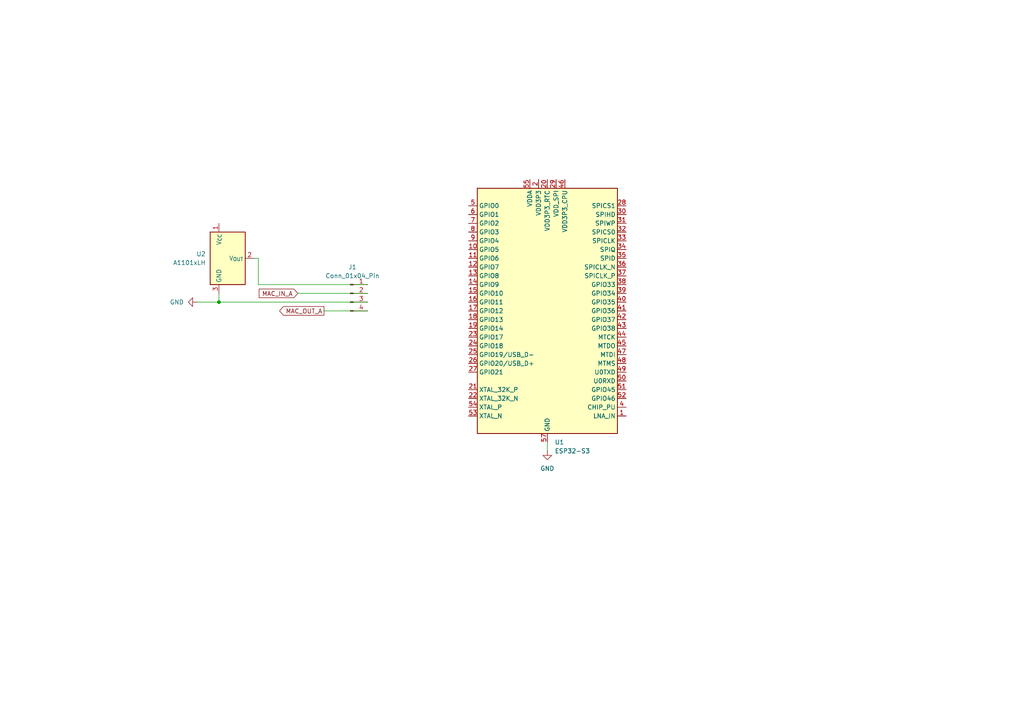
<source format=kicad_sch>
(kicad_sch (version 20250114) (generator "eeschema") (generator_version "9.0")
  (paper "A4")
  (lib_symbols
    (symbol "Connector:Conn_01x04_Pin" (pin_names (offset 1.016) (hide yes))
      (property "Reference" "J" (at 0 5.08 0))
      (property "Value" "Conn_01x04_Pin" (at 0 -7.62 0))
      (symbol "Conn_01x04_Pin_1_1"
        (rectangle (start 0.8636 2.667) (end 0 2.413) (stroke (width 0.1524)) (fill (type outline)))
        (rectangle (start 0.8636 0.127) (end 0 -0.127) (stroke (width 0.1524)) (fill (type outline)))
        (rectangle (start 0.8636 -2.413) (end 0 -2.667) (stroke (width 0.1524)) (fill (type outline)))
        (rectangle (start 0.8636 -4.953) (end 0 -5.207) (stroke (width 0.1524)) (fill (type outline)))
        (polyline (pts (xy 1.27 2.54) (xy 0.8636 2.54)) (stroke (width 0.1524)))
        (polyline (pts (xy 1.27 0) (xy 0.8636 0)) (stroke (width 0.1524)))
        (polyline (pts (xy 1.27 -2.54) (xy 0.8636 -2.54)) (stroke (width 0.1524)))
        (polyline (pts (xy 1.27 -5.08) (xy 0.8636 -5.08)) (stroke (width 0.1524)))
        (pin passive line (at 5.08 2.54 180) (length 3.81) (name "Pin_1") (number "1"))
        (pin passive line (at 5.08 0 180) (length 3.81) (name "Pin_2") (number "2"))
        (pin passive line (at 5.08 -2.54 180) (length 3.81) (name "Pin_3") (number "3"))
        (pin passive line (at 5.08 -5.08 180) (length 3.81) (name "Pin_4") (number "4"))
      )
    )
    (symbol "MCU_Espressif:ESP32-S3"
      (property "Reference" "U" (at 10.16 -38.1 0))
      (property "Value" "ESP32-S3" (at 13.97 -40.64 0))
      (symbol "ESP32-S3_0_1"
        (rectangle (start -20.32 35.56) (end 20.32 -35.56) (stroke (width 0.254)) (fill (type background)))
      )
      (symbol "ESP32-S3_1_0"
        (pin passive line (at -5.08 38.1 270) (length 2.54) (hide yes) (name "VDDA") (number "56"))
        (pin bidirectional line (at 22.86 12.7 180) (length 2.54) (name "SPICLK_N") (number "36"))
        (pin bidirectional line (at 22.86 -10.16 180) (length 2.54) (name "MTDO") (number "45"))
        (pin bidirectional line (at 22.86 -22.86 180) (length 2.54) (name "GPIO45") (number "51"))
      )
      (symbol "ESP32-S3_1_1"
        (pin bidirectional line (at -22.86 30.48 0) (length 2.54) (name "GPIO0") (number "5"))
        (pin bidirectional line (at -22.86 27.94 0) (length 2.54) (name "GPIO1") (number "6"))
        (pin bidirectional line (at -22.86 25.4 0) (length 2.54) (name "GPIO2") (number "7"))
        (pin bidirectional line (at -22.86 22.86 0) (length 2.54) (name "GPIO3") (number "8"))
        (pin bidirectional line (at -22.86 20.32 0) (length 2.54) (name "GPIO4") (number "9"))
        (pin bidirectional line (at -22.86 17.78 0) (length 2.54) (name "GPIO5") (number "10"))
        (pin bidirectional line (at -22.86 15.24 0) (length 2.54) (name "GPIO6") (number "11"))
        (pin bidirectional line (at -22.86 12.7 0) (length 2.54) (name "GPIO7") (number "12"))
        (pin bidirectional line (at -22.86 10.16 0) (length 2.54) (name "GPIO8") (number "13"))
        (pin bidirectional line (at -22.86 7.62 0) (length 2.54) (name "GPIO9") (number "14"))
        (pin bidirectional line (at -22.86 5.08 0) (length 2.54) (name "GPIO10") (number "15"))
        (pin bidirectional line (at -22.86 2.54 0) (length 2.54) (name "GPIO11") (number "16"))
        (pin bidirectional line (at -22.86 0 0) (length 2.54) (name "GPIO12") (number "17"))
        (pin bidirectional line (at -22.86 -2.54 0) (length 2.54) (name "GPIO13") (number "18"))
        (pin bidirectional line (at -22.86 -5.08 0) (length 2.54) (name "GPIO14") (number "19"))
        (pin bidirectional line (at -22.86 -7.62 0) (length 2.54) (name "GPIO17") (number "23"))
        (pin bidirectional line (at -22.86 -10.16 0) (length 2.54) (name "GPIO18") (number "24"))
        (pin bidirectional line (at -22.86 -12.7 0) (length 2.54) (name "GPIO19/USB_D-") (number "25"))
        (pin bidirectional line (at -22.86 -15.24 0) (length 2.54) (name "GPIO20/USB_D+") (number "26"))
        (pin bidirectional line (at -22.86 -17.78 0) (length 2.54) (name "GPIO21") (number "27"))
        (pin passive line (at -22.86 -22.86 0) (length 2.54) (name "XTAL_32K_P") (number "21"))
        (pin passive line (at -22.86 -25.4 0) (length 2.54) (name "XTAL_32K_N") (number "22"))
        (pin input line (at -22.86 -27.94 0) (length 2.54) (name "XTAL_P") (number "54"))
        (pin output line (at -22.86 -30.48 0) (length 2.54) (name "XTAL_N") (number "53"))
        (pin power_in line (at -5.08 38.1 270) (length 2.54) (name "VDDA") (number "55"))
        (pin power_in line (at -2.54 38.1 270) (length 2.54) (name "VDD3P3") (number "2"))
        (pin passive line (at -2.54 38.1 270) (length 2.54) (hide yes) (name "VDD3P3") (number "3"))
        (pin power_in line (at 0 38.1 270) (length 2.54) (name "VDD3P3_RTC") (number "20"))
        (pin power_in line (at 0 -38.1 90) (length 2.54) (name "GND") (number "57"))
        (pin power_in line (at 2.54 38.1 270) (length 2.54) (name "VDD_SPI") (number "29"))
        (pin power_in line (at 5.08 38.1 270) (length 2.54) (name "VDD3P3_CPU") (number "46"))
        (pin bidirectional line (at 22.86 30.48 180) (length 2.54) (name "SPICS1") (number "28"))
        (pin bidirectional line (at 22.86 27.94 180) (length 2.54) (name "SPIHD") (number "30"))
        (pin bidirectional line (at 22.86 25.4 180) (length 2.54) (name "SPIWP") (number "31"))
        (pin bidirectional line (at 22.86 22.86 180) (length 2.54) (name "SPICS0") (number "32"))
        (pin bidirectional line (at 22.86 20.32 180) (length 2.54) (name "SPICLK") (number "33"))
        (pin bidirectional line (at 22.86 17.78 180) (length 2.54) (name "SPIQ") (number "34"))
        (pin bidirectional line (at 22.86 15.24 180) (length 2.54) (name "SPID") (number "35"))
        (pin bidirectional line (at 22.86 10.16 180) (length 2.54) (name "SPICLK_P") (number "37"))
        (pin bidirectional line (at 22.86 7.62 180) (length 2.54) (name "GPIO33") (number "38"))
        (pin bidirectional line (at 22.86 5.08 180) (length 2.54) (name "GPIO34") (number "39"))
        (pin bidirectional line (at 22.86 2.54 180) (length 2.54) (name "GPIO35") (number "40"))
        (pin bidirectional line (at 22.86 0 180) (length 2.54) (name "GPIO36") (number "41"))
        (pin bidirectional line (at 22.86 -2.54 180) (length 2.54) (name "GPIO37") (number "42"))
        (pin bidirectional line (at 22.86 -5.08 180) (length 2.54) (name "GPIO38") (number "43"))
        (pin bidirectional line (at 22.86 -7.62 180) (length 2.54) (name "MTCK") (number "44"))
        (pin bidirectional line (at 22.86 -12.7 180) (length 2.54) (name "MTDI") (number "47"))
        (pin bidirectional line (at 22.86 -15.24 180) (length 2.54) (name "MTMS") (number "48"))
        (pin bidirectional line (at 22.86 -17.78 180) (length 2.54) (name "U0TXD") (number "49"))
        (pin bidirectional line (at 22.86 -20.32 180) (length 2.54) (name "U0RXD") (number "50"))
        (pin bidirectional line (at 22.86 -25.4 180) (length 2.54) (name "GPIO46") (number "52"))
        (pin input line (at 22.86 -27.94 180) (length 2.54) (name "CHIP_PU") (number "4"))
        (pin bidirectional line (at 22.86 -30.48 180) (length 2.54) (name "LNA_IN") (number "1"))
      )
    )
    (symbol "Sensor_Magnetic:A1101xLH"
      (property "Reference" "U" (at 0 11.43 0))
      (property "Value" "A1101xLH" (at 0 8.89 0))
      (symbol "A1101xLH_0_1"
        (rectangle (start -5.08 7.62) (end 5.08 -7.62) (stroke (width 0.254)) (fill (type background)))
      )
      (symbol "A1101xLH_1_1"
        (pin power_in line (at -2.54 10.16 270) (length 2.54) (name "V_{CC}") (number "1"))
        (pin power_in line (at -2.54 -10.16 90) (length 2.54) (name "GND") (number "3"))
        (pin open_collector line (at 7.62 0 180) (length 2.54) (name "V_{OUT}") (number "2"))
      )
    )
    (symbol "power:GND" (power) (pin_numbers (hide yes)) (pin_names (offset 0) (hide yes))
      (property "Value" "GND" (at 0 -3.81 0))
      (symbol "GND_0_1"
        (polyline (pts (xy 0 0) (xy 0 -1.27) (xy 1.27 -1.27) (xy 0 -2.54) (xy -1.27 -1.27) (xy 0 -1.27)))
      )
      (symbol "GND_1_1"
        (pin power_in line (at 0 0 270) (length 0) (name "~") (number "1"))
      )
    )
  )
  (junction (at 63.5 87.63))
  (wire (pts (xy 74.93 74.93) (xy 74.93 82.55)))
  (wire (pts (xy 57.15 87.63) (xy 63.5 87.63)))
  (wire (pts (xy 93.98 90.17) (xy 106.68 90.17)))
  (wire (pts (xy 74.93 82.55) (xy 106.68 82.55)))
  (wire (pts (xy 63.5 87.63) (xy 106.68 87.63)))
  (wire (pts (xy 86.36 85.09) (xy 106.68 85.09)))
  (wire (pts (xy 74.93 74.93) (xy 73.66 74.93)))
  (wire (pts (xy 158.75 130.81) (xy 158.75 128.27)))
  (wire (pts (xy 63.5 85.09) (xy 63.5 87.63)))
  (global_label "MAC_IN_A" (shape input) (at 86.36 85.09 180) (property "Intersheetrefs" "${INTERSHEET_REFS}" (effects (hide yes))))
  (global_label "MAC_OUT_A" (shape output) (at 93.98 90.17 180) (property "Intersheetrefs" "${INTERSHEET_REFS}" (effects (hide yes))))
  (symbol (lib_id "MCU_Espressif:ESP32-S3") (at 158.75 90.17 0) (unit 1)
    (property "Reference" "U1" (at 160.8933 128.27 0) (effects (justify left)))
    (property "Value" "ESP32-S3" (at 160.8933 130.81 0) (effects (justify left)))
    (property "Footprint" "Package_DFN_QFN:QFN-56-1EP_7x7mm_P0.4mm_EP4x4mm" (effects (hide yes)))
    (property "Datasheet" "https://www.espressif.com/sites/default/files/documentation/esp32-s3_datasheet_en.pdf" (effects (hide yes)))
    (property "Description" "Microcontroller, Wi-Fi 802.11b/g/n, Bluetooth, 32bit" (effects (hide yes)))
  )
  (symbol (lib_id "power:GND") (at 158.75 130.81 0) (unit 1)
    (property "Reference" "#PWR02" (effects (hide yes)))
    (property "Value" "GND" (at 158.75 135.89 0))
    (property "Description" "Power symbol creates a global label with name \"GND\" , ground" (effects (hide yes)))
  )
  (symbol (lib_id "power:GND") (at 57.15 87.63 270) (unit 1)
    (property "Reference" "#PWR01" (effects (hide yes)))
    (property "Value" "GND" (at 53.34 87.6299 90) (effects (justify right)))
    (property "Description" "Power symbol creates a global label with name \"GND\" , ground" (effects (hide yes)))
  )
  (symbol (lib_id "Connector:Conn_01x04_Pin") (at 101.6 85.09 0) (unit 1)
    (property "Reference" "J1" (at 102.235 77.47 0))
    (property "Value" "Conn_01x04_Pin" (at 102.235 80.01 0))
    (property "Description" "Generic connector, single row, 01x04, script generated" (effects (hide yes)))
  )
  (symbol (lib_id "Sensor_Magnetic:A1101xLH") (at 66.04 74.93 0) (unit 1)
    (property "Reference" "U2" (at 59.69 73.6599 0) (effects (justify right)))
    (property "Value" "A1101xLH" (at 59.69 76.1999 0) (effects (justify right)))
    (property "Footprint" "Package_TO_SOT_SMD:SOT-23W" (effects (hide yes)))
    (property "Datasheet" "https://www.allegromicro.com/-/media/files/datasheets/a110x-datasheet.ashx" (effects (hide yes)))
    (property "Description" "Hall effect switch, unipolar (south-polarity), Bop=100G, Brp=45G, 3.8-24V supply, SOT-23W" (effects (hide yes)))
  )
)
</source>
